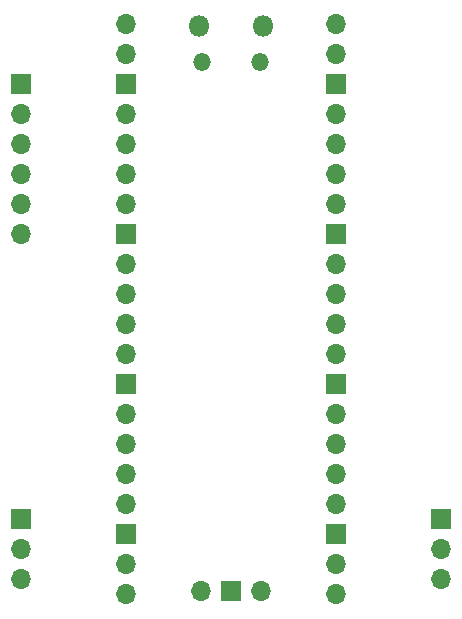
<source format=gbr>
%TF.GenerationSoftware,KiCad,Pcbnew,7.0.5*%
%TF.CreationDate,2023-07-10T21:20:45-07:00*%
%TF.ProjectId,roshambo-pcb-smt,726f7368-616d-4626-9f2d-7063622d736d,rev?*%
%TF.SameCoordinates,Original*%
%TF.FileFunction,Soldermask,Bot*%
%TF.FilePolarity,Negative*%
%FSLAX46Y46*%
G04 Gerber Fmt 4.6, Leading zero omitted, Abs format (unit mm)*
G04 Created by KiCad (PCBNEW 7.0.5) date 2023-07-10 21:20:45*
%MOMM*%
%LPD*%
G01*
G04 APERTURE LIST*
%ADD10R,1.700000X1.700000*%
%ADD11O,1.700000X1.700000*%
%ADD12O,1.800000X1.800000*%
%ADD13O,1.500000X1.500000*%
G04 APERTURE END LIST*
D10*
%TO.C,J2*%
X100680000Y-98082000D03*
D11*
X100680000Y-100622000D03*
X100680000Y-103162000D03*
%TD*%
D12*
%TO.C,U1*%
X115735000Y-56302000D03*
D13*
X116035000Y-59332000D03*
X120885000Y-59332000D03*
D12*
X121185000Y-56302000D03*
D11*
X109570000Y-56172000D03*
X109570000Y-58712000D03*
D10*
X109570000Y-61252000D03*
D11*
X109570000Y-63792000D03*
X109570000Y-66332000D03*
X109570000Y-68872000D03*
X109570000Y-71412000D03*
D10*
X109570000Y-73952000D03*
D11*
X109570000Y-76492000D03*
X109570000Y-79032000D03*
X109570000Y-81572000D03*
X109570000Y-84112000D03*
D10*
X109570000Y-86652000D03*
D11*
X109570000Y-89192000D03*
X109570000Y-91732000D03*
X109570000Y-94272000D03*
X109570000Y-96812000D03*
D10*
X109570000Y-99352000D03*
D11*
X109570000Y-101892000D03*
X109570000Y-104432000D03*
X127350000Y-104432000D03*
X127350000Y-101892000D03*
D10*
X127350000Y-99352000D03*
D11*
X127350000Y-96812000D03*
X127350000Y-94272000D03*
X127350000Y-91732000D03*
X127350000Y-89192000D03*
D10*
X127350000Y-86652000D03*
D11*
X127350000Y-84112000D03*
X127350000Y-81572000D03*
X127350000Y-79032000D03*
X127350000Y-76492000D03*
D10*
X127350000Y-73952000D03*
D11*
X127350000Y-71412000D03*
X127350000Y-68872000D03*
X127350000Y-66332000D03*
X127350000Y-63792000D03*
D10*
X127350000Y-61252000D03*
D11*
X127350000Y-58712000D03*
X127350000Y-56172000D03*
X115920000Y-104202000D03*
D10*
X118460000Y-104202000D03*
D11*
X121000000Y-104202000D03*
%TD*%
D10*
%TO.C,J3*%
X136240000Y-98082000D03*
D11*
X136240000Y-100622000D03*
X136240000Y-103162000D03*
%TD*%
D10*
%TO.C,J1*%
X100680000Y-61252000D03*
D11*
X100680000Y-63792000D03*
X100680000Y-66332000D03*
X100680000Y-68872000D03*
X100680000Y-71412000D03*
X100680000Y-73952000D03*
%TD*%
M02*

</source>
